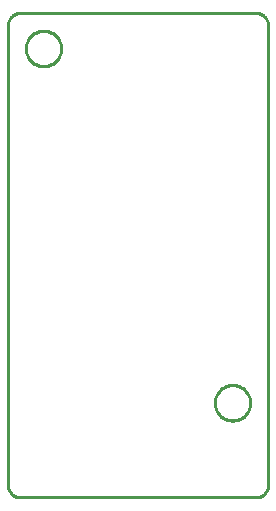
<source format=gbr>
G04 EAGLE Gerber RS-274X export*
G75*
%MOMM*%
%FSLAX34Y34*%
%LPD*%
%IN*%
%IPPOS*%
%AMOC8*
5,1,8,0,0,1.08239X$1,22.5*%
G01*
%ADD10C,0.254000*%


D10*
X0Y10000D02*
X38Y9128D01*
X152Y8264D01*
X341Y7412D01*
X603Y6580D01*
X937Y5774D01*
X1340Y5000D01*
X1808Y4264D01*
X2340Y3572D01*
X2929Y2929D01*
X3572Y2340D01*
X4264Y1808D01*
X5000Y1340D01*
X5774Y937D01*
X6580Y603D01*
X7412Y341D01*
X8264Y152D01*
X9128Y38D01*
X10000Y0D01*
X210000Y0D01*
X210872Y38D01*
X211736Y152D01*
X212588Y341D01*
X213420Y603D01*
X214226Y937D01*
X215000Y1340D01*
X215736Y1808D01*
X216428Y2340D01*
X217071Y2929D01*
X217660Y3572D01*
X218192Y4264D01*
X218660Y5000D01*
X219063Y5774D01*
X219397Y6580D01*
X219659Y7412D01*
X219848Y8264D01*
X219962Y9128D01*
X220000Y10000D01*
X220000Y400000D01*
X219962Y400872D01*
X219848Y401736D01*
X219659Y402588D01*
X219397Y403420D01*
X219063Y404226D01*
X218660Y405000D01*
X218192Y405736D01*
X217660Y406428D01*
X217071Y407071D01*
X216428Y407660D01*
X215736Y408192D01*
X215000Y408660D01*
X214226Y409063D01*
X213420Y409397D01*
X212588Y409659D01*
X211736Y409848D01*
X210872Y409962D01*
X210000Y410000D01*
X10000Y410000D01*
X9128Y409962D01*
X8264Y409848D01*
X7412Y409659D01*
X6580Y409397D01*
X5774Y409063D01*
X5000Y408660D01*
X4264Y408192D01*
X3572Y407660D01*
X2929Y407071D01*
X2340Y406428D01*
X1808Y405736D01*
X1340Y405000D01*
X937Y404226D01*
X603Y403420D01*
X341Y402588D01*
X152Y401736D01*
X38Y400872D01*
X0Y400000D01*
X0Y10000D01*
X45000Y379464D02*
X44924Y378396D01*
X44771Y377335D01*
X44543Y376288D01*
X44241Y375260D01*
X43867Y374256D01*
X43422Y373281D01*
X42908Y372341D01*
X42329Y371440D01*
X41687Y370582D01*
X40985Y369772D01*
X40228Y369015D01*
X39418Y368313D01*
X38560Y367671D01*
X37659Y367092D01*
X36719Y366578D01*
X35744Y366133D01*
X34740Y365759D01*
X33712Y365457D01*
X32665Y365229D01*
X31604Y365076D01*
X30536Y365000D01*
X29464Y365000D01*
X28396Y365076D01*
X27335Y365229D01*
X26288Y365457D01*
X25260Y365759D01*
X24256Y366133D01*
X23281Y366578D01*
X22341Y367092D01*
X21440Y367671D01*
X20582Y368313D01*
X19772Y369015D01*
X19015Y369772D01*
X18313Y370582D01*
X17671Y371440D01*
X17092Y372341D01*
X16578Y373281D01*
X16133Y374256D01*
X15759Y375260D01*
X15457Y376288D01*
X15229Y377335D01*
X15076Y378396D01*
X15000Y379464D01*
X15000Y380536D01*
X15076Y381604D01*
X15229Y382665D01*
X15457Y383712D01*
X15759Y384740D01*
X16133Y385744D01*
X16578Y386719D01*
X17092Y387659D01*
X17671Y388560D01*
X18313Y389418D01*
X19015Y390228D01*
X19772Y390985D01*
X20582Y391687D01*
X21440Y392329D01*
X22341Y392908D01*
X23281Y393422D01*
X24256Y393867D01*
X25260Y394241D01*
X26288Y394543D01*
X27335Y394771D01*
X28396Y394924D01*
X29464Y395000D01*
X30536Y395000D01*
X31604Y394924D01*
X32665Y394771D01*
X33712Y394543D01*
X34740Y394241D01*
X35744Y393867D01*
X36719Y393422D01*
X37659Y392908D01*
X38560Y392329D01*
X39418Y391687D01*
X40228Y390985D01*
X40985Y390228D01*
X41687Y389418D01*
X42329Y388560D01*
X42908Y387659D01*
X43422Y386719D01*
X43867Y385744D01*
X44241Y384740D01*
X44543Y383712D01*
X44771Y382665D01*
X44924Y381604D01*
X45000Y380536D01*
X45000Y379464D01*
X205000Y79464D02*
X204924Y78396D01*
X204771Y77335D01*
X204543Y76288D01*
X204241Y75260D01*
X203867Y74256D01*
X203422Y73281D01*
X202908Y72341D01*
X202329Y71440D01*
X201687Y70582D01*
X200985Y69772D01*
X200228Y69015D01*
X199418Y68313D01*
X198560Y67671D01*
X197659Y67092D01*
X196719Y66578D01*
X195744Y66133D01*
X194740Y65759D01*
X193712Y65457D01*
X192665Y65229D01*
X191604Y65076D01*
X190536Y65000D01*
X189464Y65000D01*
X188396Y65076D01*
X187335Y65229D01*
X186288Y65457D01*
X185260Y65759D01*
X184256Y66133D01*
X183281Y66578D01*
X182341Y67092D01*
X181440Y67671D01*
X180582Y68313D01*
X179772Y69015D01*
X179015Y69772D01*
X178313Y70582D01*
X177671Y71440D01*
X177092Y72341D01*
X176578Y73281D01*
X176133Y74256D01*
X175759Y75260D01*
X175457Y76288D01*
X175229Y77335D01*
X175076Y78396D01*
X175000Y79464D01*
X175000Y80536D01*
X175076Y81604D01*
X175229Y82665D01*
X175457Y83712D01*
X175759Y84740D01*
X176133Y85744D01*
X176578Y86719D01*
X177092Y87659D01*
X177671Y88560D01*
X178313Y89418D01*
X179015Y90228D01*
X179772Y90985D01*
X180582Y91687D01*
X181440Y92329D01*
X182341Y92908D01*
X183281Y93422D01*
X184256Y93867D01*
X185260Y94241D01*
X186288Y94543D01*
X187335Y94771D01*
X188396Y94924D01*
X189464Y95000D01*
X190536Y95000D01*
X191604Y94924D01*
X192665Y94771D01*
X193712Y94543D01*
X194740Y94241D01*
X195744Y93867D01*
X196719Y93422D01*
X197659Y92908D01*
X198560Y92329D01*
X199418Y91687D01*
X200228Y90985D01*
X200985Y90228D01*
X201687Y89418D01*
X202329Y88560D01*
X202908Y87659D01*
X203422Y86719D01*
X203867Y85744D01*
X204241Y84740D01*
X204543Y83712D01*
X204771Y82665D01*
X204924Y81604D01*
X205000Y80536D01*
X205000Y79464D01*
M02*

</source>
